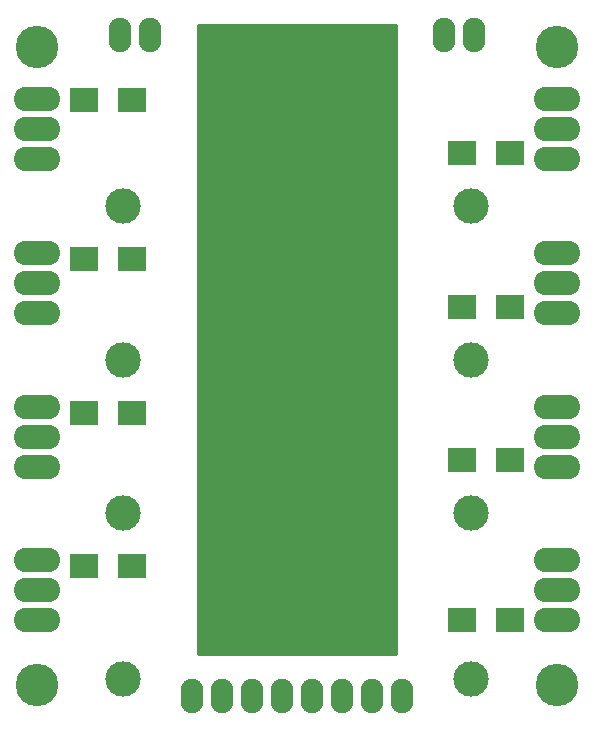
<source format=gbr>
G04 #@! TF.FileFunction,Soldermask,Top*
%FSLAX46Y46*%
G04 Gerber Fmt 4.6, Leading zero omitted, Abs format (unit mm)*
G04 Created by KiCad (PCBNEW 4.0.4-stable) date 03/07/19 13:46:32*
%MOMM*%
%LPD*%
G01*
G04 APERTURE LIST*
%ADD10C,0.100000*%
%ADD11C,3.600000*%
%ADD12O,3.900120X2.099260*%
%ADD13C,4.199840*%
%ADD14C,3.000000*%
%ADD15O,1.920000X2.920000*%
%ADD16R,2.400000X2.100000*%
%ADD17C,0.254000*%
G04 APERTURE END LIST*
D10*
D11*
X3000000Y57000000D03*
X3000000Y3000000D03*
D12*
X47000000Y50000000D03*
X47000000Y47460000D03*
X47000000Y52540000D03*
D13*
X29236000Y50000000D03*
D12*
X3000000Y37000000D03*
X3000000Y39540000D03*
X3000000Y34460000D03*
D13*
X20764000Y37000000D03*
D12*
X47000000Y37000000D03*
X47000000Y34460000D03*
X47000000Y39540000D03*
D13*
X29236000Y37000000D03*
D12*
X3000000Y50000000D03*
X3000000Y52540000D03*
X3000000Y47460000D03*
D13*
X20764000Y50000000D03*
D14*
X39750000Y43500000D03*
X39750000Y30500000D03*
X39750000Y17500000D03*
X39750000Y3500000D03*
X10250000Y3500000D03*
X10250000Y17500000D03*
X10250000Y30500000D03*
D11*
X47000000Y3000000D03*
X47000000Y57000000D03*
D15*
X10000000Y58000000D03*
X12540000Y58000000D03*
X40000000Y58000000D03*
X37460000Y58000000D03*
D14*
X10250000Y43500000D03*
D12*
X47000000Y11000000D03*
X47000000Y8460000D03*
X47000000Y13540000D03*
D13*
X29236000Y11000000D03*
D12*
X47000000Y24000000D03*
X47000000Y21460000D03*
X47000000Y26540000D03*
D13*
X29236000Y24000000D03*
D12*
X3000000Y24000000D03*
X3000000Y26540000D03*
X3000000Y21460000D03*
D13*
X20764000Y24000000D03*
D12*
X3000000Y11000000D03*
X3000000Y13540000D03*
X3000000Y8460000D03*
D13*
X20764000Y11000000D03*
D15*
X16100000Y2000000D03*
X18640000Y2000000D03*
X21180000Y2000000D03*
X23720000Y2000000D03*
X26260000Y2000000D03*
X28800000Y2000000D03*
X31340000Y2000000D03*
X33880000Y2000000D03*
D16*
X43000000Y8500000D03*
X39000000Y8500000D03*
X43000000Y22000000D03*
X39000000Y22000000D03*
X43000000Y35000000D03*
X39000000Y35000000D03*
X43000000Y48000000D03*
X39000000Y48000000D03*
X7000000Y52500000D03*
X11000000Y52500000D03*
X7000000Y39000000D03*
X11000000Y39000000D03*
X7000000Y26000000D03*
X11000000Y26000000D03*
X7000000Y13000000D03*
X11000000Y13000000D03*
D17*
G36*
X33373000Y5627000D02*
X16627000Y5627000D01*
X16627000Y58873000D01*
X33373000Y58873000D01*
X33373000Y5627000D01*
X33373000Y5627000D01*
G37*
X33373000Y5627000D02*
X16627000Y5627000D01*
X16627000Y58873000D01*
X33373000Y58873000D01*
X33373000Y5627000D01*
M02*

</source>
